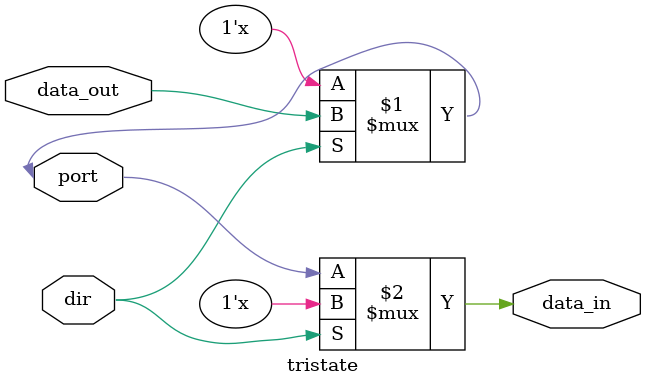
<source format=v>
module tristate(
    inout port,   
    input dir,    // Sinal de controle(0 para entrada, 1 para saída)
    input data_out,   // Dados a serem enviados para o pino de saída (quando dir = 1)
    output data_in  
);

assign port = (dir) ? data_out : 1'bz; // Quando dir é 1, copia data_out para port, caso contrário, define port como alta impedância (Z)
assign data_in = (dir) ? 1'bz : port; // Quando dir é 0, copia o valor de port para data_in, caso contrário, define data_in como alta impedância (Z)

endmodule

</source>
